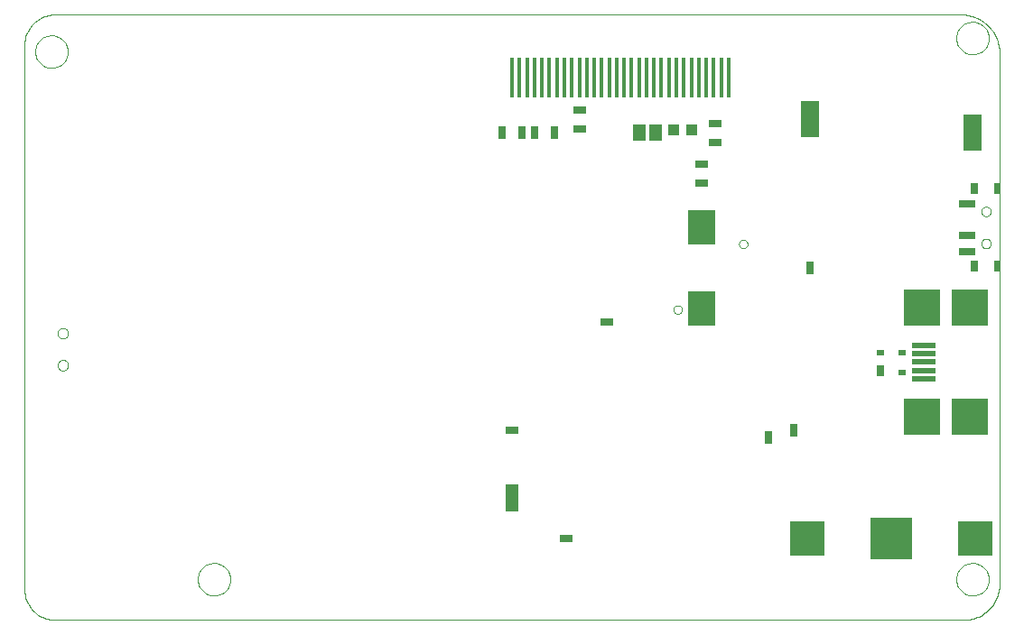
<source format=gbp>
G75*
%MOIN*%
%OFA0B0*%
%FSLAX24Y24*%
%IPPOS*%
%LPD*%
%AMOC8*
5,1,8,0,0,1.08239X$1,22.5*
%
%ADD10C,0.0000*%
%ADD11R,0.0500X0.0250*%
%ADD12R,0.0500X0.1000*%
%ADD13R,0.0906X0.0197*%
%ADD14R,0.1378X0.1378*%
%ADD15R,0.0138X0.1500*%
%ADD16R,0.0315X0.0472*%
%ADD17R,0.0472X0.0315*%
%ADD18R,0.0460X0.0630*%
%ADD19R,0.0394X0.0433*%
%ADD20R,0.1560X0.1560*%
%ADD21R,0.1250X0.1250*%
%ADD22R,0.0984X0.1299*%
%ADD23R,0.0700X0.1350*%
%ADD24R,0.0591X0.0276*%
%ADD25R,0.0236X0.0394*%
%ADD26R,0.0315X0.0394*%
%ADD27R,0.0236X0.0354*%
%ADD28R,0.0236X0.0197*%
%ADD29R,0.0276X0.0394*%
%ADD30R,0.0276X0.0236*%
%ADD31R,0.0250X0.0500*%
D10*
X001624Y000310D02*
X035178Y000310D01*
X035249Y000312D01*
X035320Y000318D01*
X035391Y000327D01*
X035460Y000341D01*
X035530Y000358D01*
X035598Y000379D01*
X035664Y000403D01*
X035730Y000431D01*
X035793Y000463D01*
X035855Y000498D01*
X035915Y000536D01*
X035973Y000578D01*
X036029Y000623D01*
X036082Y000670D01*
X036132Y000720D01*
X036179Y000773D01*
X036224Y000829D01*
X036266Y000887D01*
X036304Y000947D01*
X036339Y001009D01*
X036371Y001072D01*
X036399Y001138D01*
X036423Y001204D01*
X036444Y001272D01*
X036461Y001342D01*
X036475Y001411D01*
X036484Y001482D01*
X036490Y001553D01*
X036492Y001624D01*
X036492Y021261D01*
X034900Y021810D02*
X034902Y021859D01*
X034908Y021907D01*
X034918Y021955D01*
X034932Y022002D01*
X034949Y022048D01*
X034970Y022092D01*
X034995Y022134D01*
X035023Y022174D01*
X035055Y022212D01*
X035089Y022247D01*
X035126Y022279D01*
X035165Y022308D01*
X035207Y022334D01*
X035251Y022356D01*
X035296Y022374D01*
X035343Y022389D01*
X035390Y022400D01*
X035439Y022407D01*
X035488Y022410D01*
X035537Y022409D01*
X035585Y022404D01*
X035634Y022395D01*
X035681Y022382D01*
X035727Y022365D01*
X035771Y022345D01*
X035814Y022321D01*
X035855Y022294D01*
X035893Y022263D01*
X035929Y022230D01*
X035961Y022194D01*
X035991Y022155D01*
X036018Y022114D01*
X036041Y022070D01*
X036060Y022025D01*
X036076Y021979D01*
X036088Y021932D01*
X036096Y021883D01*
X036100Y021834D01*
X036100Y021786D01*
X036096Y021737D01*
X036088Y021688D01*
X036076Y021641D01*
X036060Y021595D01*
X036041Y021550D01*
X036018Y021506D01*
X035991Y021465D01*
X035961Y021426D01*
X035929Y021390D01*
X035893Y021357D01*
X035855Y021326D01*
X035814Y021299D01*
X035771Y021275D01*
X035727Y021255D01*
X035681Y021238D01*
X035634Y021225D01*
X035585Y021216D01*
X035537Y021211D01*
X035488Y021210D01*
X035439Y021213D01*
X035390Y021220D01*
X035343Y021231D01*
X035296Y021246D01*
X035251Y021264D01*
X035207Y021286D01*
X035165Y021312D01*
X035126Y021341D01*
X035089Y021373D01*
X035055Y021408D01*
X035023Y021446D01*
X034995Y021486D01*
X034970Y021528D01*
X034949Y021572D01*
X034932Y021618D01*
X034918Y021665D01*
X034908Y021713D01*
X034902Y021761D01*
X034900Y021810D01*
X035073Y022680D02*
X035147Y022678D01*
X035221Y022672D01*
X035295Y022663D01*
X035368Y022649D01*
X035440Y022632D01*
X035511Y022611D01*
X035582Y022586D01*
X035650Y022557D01*
X035717Y022525D01*
X035783Y022490D01*
X035846Y022451D01*
X035907Y022409D01*
X035966Y022364D01*
X036022Y022316D01*
X036076Y022264D01*
X036128Y022210D01*
X036176Y022154D01*
X036221Y022095D01*
X036263Y022034D01*
X036302Y021971D01*
X036337Y021905D01*
X036369Y021838D01*
X036398Y021770D01*
X036423Y021699D01*
X036444Y021628D01*
X036461Y021556D01*
X036475Y021483D01*
X036484Y021409D01*
X036490Y021335D01*
X036492Y021261D01*
X035073Y022680D02*
X001617Y022680D01*
X001552Y022678D01*
X001487Y022672D01*
X001423Y022663D01*
X001359Y022650D01*
X001297Y022633D01*
X001235Y022613D01*
X001175Y022589D01*
X001116Y022561D01*
X001059Y022530D01*
X001003Y022496D01*
X000950Y022459D01*
X000899Y022419D01*
X000850Y022375D01*
X000805Y022330D01*
X000761Y022281D01*
X000721Y022230D01*
X000684Y022177D01*
X000650Y022122D01*
X000619Y022064D01*
X000591Y022005D01*
X000567Y021945D01*
X000547Y021883D01*
X000530Y021821D01*
X000517Y021757D01*
X000508Y021693D01*
X000502Y021628D01*
X000500Y021563D01*
X000500Y001434D01*
X000502Y001369D01*
X000508Y001304D01*
X000517Y001239D01*
X000530Y001175D01*
X000547Y001112D01*
X000568Y001050D01*
X000592Y000989D01*
X000620Y000930D01*
X000651Y000872D01*
X000685Y000816D01*
X000722Y000763D01*
X000763Y000712D01*
X000806Y000663D01*
X000853Y000616D01*
X000902Y000573D01*
X000953Y000532D01*
X001006Y000495D01*
X001062Y000461D01*
X001120Y000430D01*
X001179Y000402D01*
X001240Y000378D01*
X001302Y000357D01*
X001365Y000340D01*
X001429Y000327D01*
X001494Y000318D01*
X001559Y000312D01*
X001624Y000310D01*
X006900Y001810D02*
X006902Y001859D01*
X006908Y001907D01*
X006918Y001955D01*
X006932Y002002D01*
X006949Y002048D01*
X006970Y002092D01*
X006995Y002134D01*
X007023Y002174D01*
X007055Y002212D01*
X007089Y002247D01*
X007126Y002279D01*
X007165Y002308D01*
X007207Y002334D01*
X007251Y002356D01*
X007296Y002374D01*
X007343Y002389D01*
X007390Y002400D01*
X007439Y002407D01*
X007488Y002410D01*
X007537Y002409D01*
X007585Y002404D01*
X007634Y002395D01*
X007681Y002382D01*
X007727Y002365D01*
X007771Y002345D01*
X007814Y002321D01*
X007855Y002294D01*
X007893Y002263D01*
X007929Y002230D01*
X007961Y002194D01*
X007991Y002155D01*
X008018Y002114D01*
X008041Y002070D01*
X008060Y002025D01*
X008076Y001979D01*
X008088Y001932D01*
X008096Y001883D01*
X008100Y001834D01*
X008100Y001786D01*
X008096Y001737D01*
X008088Y001688D01*
X008076Y001641D01*
X008060Y001595D01*
X008041Y001550D01*
X008018Y001506D01*
X007991Y001465D01*
X007961Y001426D01*
X007929Y001390D01*
X007893Y001357D01*
X007855Y001326D01*
X007814Y001299D01*
X007771Y001275D01*
X007727Y001255D01*
X007681Y001238D01*
X007634Y001225D01*
X007585Y001216D01*
X007537Y001211D01*
X007488Y001210D01*
X007439Y001213D01*
X007390Y001220D01*
X007343Y001231D01*
X007296Y001246D01*
X007251Y001264D01*
X007207Y001286D01*
X007165Y001312D01*
X007126Y001341D01*
X007089Y001373D01*
X007055Y001408D01*
X007023Y001446D01*
X006995Y001486D01*
X006970Y001528D01*
X006949Y001572D01*
X006932Y001618D01*
X006918Y001665D01*
X006908Y001713D01*
X006902Y001761D01*
X006900Y001810D01*
X001720Y009719D02*
X001722Y009746D01*
X001728Y009773D01*
X001737Y009799D01*
X001750Y009823D01*
X001766Y009846D01*
X001785Y009865D01*
X001807Y009882D01*
X001831Y009896D01*
X001856Y009906D01*
X001883Y009913D01*
X001910Y009916D01*
X001938Y009915D01*
X001965Y009910D01*
X001991Y009902D01*
X002015Y009890D01*
X002038Y009874D01*
X002059Y009856D01*
X002076Y009835D01*
X002091Y009811D01*
X002102Y009786D01*
X002110Y009760D01*
X002114Y009733D01*
X002114Y009705D01*
X002110Y009678D01*
X002102Y009652D01*
X002091Y009627D01*
X002076Y009603D01*
X002059Y009582D01*
X002038Y009564D01*
X002016Y009548D01*
X001991Y009536D01*
X001965Y009528D01*
X001938Y009523D01*
X001910Y009522D01*
X001883Y009525D01*
X001856Y009532D01*
X001831Y009542D01*
X001807Y009556D01*
X001785Y009573D01*
X001766Y009592D01*
X001750Y009615D01*
X001737Y009639D01*
X001728Y009665D01*
X001722Y009692D01*
X001720Y009719D01*
X001720Y010901D02*
X001722Y010928D01*
X001728Y010955D01*
X001737Y010981D01*
X001750Y011005D01*
X001766Y011028D01*
X001785Y011047D01*
X001807Y011064D01*
X001831Y011078D01*
X001856Y011088D01*
X001883Y011095D01*
X001910Y011098D01*
X001938Y011097D01*
X001965Y011092D01*
X001991Y011084D01*
X002015Y011072D01*
X002038Y011056D01*
X002059Y011038D01*
X002076Y011017D01*
X002091Y010993D01*
X002102Y010968D01*
X002110Y010942D01*
X002114Y010915D01*
X002114Y010887D01*
X002110Y010860D01*
X002102Y010834D01*
X002091Y010809D01*
X002076Y010785D01*
X002059Y010764D01*
X002038Y010746D01*
X002016Y010730D01*
X001991Y010718D01*
X001965Y010710D01*
X001938Y010705D01*
X001910Y010704D01*
X001883Y010707D01*
X001856Y010714D01*
X001831Y010724D01*
X001807Y010738D01*
X001785Y010755D01*
X001766Y010774D01*
X001750Y010797D01*
X001737Y010821D01*
X001728Y010847D01*
X001722Y010874D01*
X001720Y010901D01*
X000900Y021310D02*
X000902Y021359D01*
X000908Y021407D01*
X000918Y021455D01*
X000932Y021502D01*
X000949Y021548D01*
X000970Y021592D01*
X000995Y021634D01*
X001023Y021674D01*
X001055Y021712D01*
X001089Y021747D01*
X001126Y021779D01*
X001165Y021808D01*
X001207Y021834D01*
X001251Y021856D01*
X001296Y021874D01*
X001343Y021889D01*
X001390Y021900D01*
X001439Y021907D01*
X001488Y021910D01*
X001537Y021909D01*
X001585Y021904D01*
X001634Y021895D01*
X001681Y021882D01*
X001727Y021865D01*
X001771Y021845D01*
X001814Y021821D01*
X001855Y021794D01*
X001893Y021763D01*
X001929Y021730D01*
X001961Y021694D01*
X001991Y021655D01*
X002018Y021614D01*
X002041Y021570D01*
X002060Y021525D01*
X002076Y021479D01*
X002088Y021432D01*
X002096Y021383D01*
X002100Y021334D01*
X002100Y021286D01*
X002096Y021237D01*
X002088Y021188D01*
X002076Y021141D01*
X002060Y021095D01*
X002041Y021050D01*
X002018Y021006D01*
X001991Y020965D01*
X001961Y020926D01*
X001929Y020890D01*
X001893Y020857D01*
X001855Y020826D01*
X001814Y020799D01*
X001771Y020775D01*
X001727Y020755D01*
X001681Y020738D01*
X001634Y020725D01*
X001585Y020716D01*
X001537Y020711D01*
X001488Y020710D01*
X001439Y020713D01*
X001390Y020720D01*
X001343Y020731D01*
X001296Y020746D01*
X001251Y020764D01*
X001207Y020786D01*
X001165Y020812D01*
X001126Y020841D01*
X001089Y020873D01*
X001055Y020908D01*
X001023Y020946D01*
X000995Y020986D01*
X000970Y021028D01*
X000949Y021072D01*
X000932Y021118D01*
X000918Y021165D01*
X000908Y021213D01*
X000902Y021261D01*
X000900Y021310D01*
X024457Y011776D02*
X024459Y011801D01*
X024465Y011825D01*
X024474Y011847D01*
X024487Y011868D01*
X024503Y011887D01*
X024522Y011903D01*
X024543Y011916D01*
X024565Y011925D01*
X024589Y011931D01*
X024614Y011933D01*
X024639Y011931D01*
X024663Y011925D01*
X024685Y011916D01*
X024706Y011903D01*
X024725Y011887D01*
X024741Y011868D01*
X024754Y011847D01*
X024763Y011825D01*
X024769Y011801D01*
X024771Y011776D01*
X024769Y011751D01*
X024763Y011727D01*
X024754Y011705D01*
X024741Y011684D01*
X024725Y011665D01*
X024706Y011649D01*
X024685Y011636D01*
X024663Y011627D01*
X024639Y011621D01*
X024614Y011619D01*
X024589Y011621D01*
X024565Y011627D01*
X024543Y011636D01*
X024522Y011649D01*
X024503Y011665D01*
X024487Y011684D01*
X024474Y011705D01*
X024465Y011727D01*
X024459Y011751D01*
X024457Y011776D01*
X026877Y014196D02*
X026879Y014221D01*
X026885Y014245D01*
X026894Y014267D01*
X026907Y014288D01*
X026923Y014307D01*
X026942Y014323D01*
X026963Y014336D01*
X026985Y014345D01*
X027009Y014351D01*
X027034Y014353D01*
X027059Y014351D01*
X027083Y014345D01*
X027105Y014336D01*
X027126Y014323D01*
X027145Y014307D01*
X027161Y014288D01*
X027174Y014267D01*
X027183Y014245D01*
X027189Y014221D01*
X027191Y014196D01*
X027189Y014171D01*
X027183Y014147D01*
X027174Y014125D01*
X027161Y014104D01*
X027145Y014085D01*
X027126Y014069D01*
X027105Y014056D01*
X027083Y014047D01*
X027059Y014041D01*
X027034Y014039D01*
X027009Y014041D01*
X026985Y014047D01*
X026963Y014056D01*
X026942Y014069D01*
X026923Y014085D01*
X026907Y014104D01*
X026894Y014125D01*
X026885Y014147D01*
X026879Y014171D01*
X026877Y014196D01*
X035823Y014219D02*
X035825Y014245D01*
X035831Y014271D01*
X035841Y014296D01*
X035854Y014319D01*
X035870Y014339D01*
X035890Y014357D01*
X035912Y014372D01*
X035935Y014384D01*
X035961Y014392D01*
X035987Y014396D01*
X036013Y014396D01*
X036039Y014392D01*
X036065Y014384D01*
X036089Y014372D01*
X036110Y014357D01*
X036130Y014339D01*
X036146Y014319D01*
X036159Y014296D01*
X036169Y014271D01*
X036175Y014245D01*
X036177Y014219D01*
X036175Y014193D01*
X036169Y014167D01*
X036159Y014142D01*
X036146Y014119D01*
X036130Y014099D01*
X036110Y014081D01*
X036088Y014066D01*
X036065Y014054D01*
X036039Y014046D01*
X036013Y014042D01*
X035987Y014042D01*
X035961Y014046D01*
X035935Y014054D01*
X035911Y014066D01*
X035890Y014081D01*
X035870Y014099D01*
X035854Y014119D01*
X035841Y014142D01*
X035831Y014167D01*
X035825Y014193D01*
X035823Y014219D01*
X035823Y015401D02*
X035825Y015427D01*
X035831Y015453D01*
X035841Y015478D01*
X035854Y015501D01*
X035870Y015521D01*
X035890Y015539D01*
X035912Y015554D01*
X035935Y015566D01*
X035961Y015574D01*
X035987Y015578D01*
X036013Y015578D01*
X036039Y015574D01*
X036065Y015566D01*
X036089Y015554D01*
X036110Y015539D01*
X036130Y015521D01*
X036146Y015501D01*
X036159Y015478D01*
X036169Y015453D01*
X036175Y015427D01*
X036177Y015401D01*
X036175Y015375D01*
X036169Y015349D01*
X036159Y015324D01*
X036146Y015301D01*
X036130Y015281D01*
X036110Y015263D01*
X036088Y015248D01*
X036065Y015236D01*
X036039Y015228D01*
X036013Y015224D01*
X035987Y015224D01*
X035961Y015228D01*
X035935Y015236D01*
X035911Y015248D01*
X035890Y015263D01*
X035870Y015281D01*
X035854Y015301D01*
X035841Y015324D01*
X035831Y015349D01*
X035825Y015375D01*
X035823Y015401D01*
X034900Y001810D02*
X034902Y001859D01*
X034908Y001907D01*
X034918Y001955D01*
X034932Y002002D01*
X034949Y002048D01*
X034970Y002092D01*
X034995Y002134D01*
X035023Y002174D01*
X035055Y002212D01*
X035089Y002247D01*
X035126Y002279D01*
X035165Y002308D01*
X035207Y002334D01*
X035251Y002356D01*
X035296Y002374D01*
X035343Y002389D01*
X035390Y002400D01*
X035439Y002407D01*
X035488Y002410D01*
X035537Y002409D01*
X035585Y002404D01*
X035634Y002395D01*
X035681Y002382D01*
X035727Y002365D01*
X035771Y002345D01*
X035814Y002321D01*
X035855Y002294D01*
X035893Y002263D01*
X035929Y002230D01*
X035961Y002194D01*
X035991Y002155D01*
X036018Y002114D01*
X036041Y002070D01*
X036060Y002025D01*
X036076Y001979D01*
X036088Y001932D01*
X036096Y001883D01*
X036100Y001834D01*
X036100Y001786D01*
X036096Y001737D01*
X036088Y001688D01*
X036076Y001641D01*
X036060Y001595D01*
X036041Y001550D01*
X036018Y001506D01*
X035991Y001465D01*
X035961Y001426D01*
X035929Y001390D01*
X035893Y001357D01*
X035855Y001326D01*
X035814Y001299D01*
X035771Y001275D01*
X035727Y001255D01*
X035681Y001238D01*
X035634Y001225D01*
X035585Y001216D01*
X035537Y001211D01*
X035488Y001210D01*
X035439Y001213D01*
X035390Y001220D01*
X035343Y001231D01*
X035296Y001246D01*
X035251Y001264D01*
X035207Y001286D01*
X035165Y001312D01*
X035126Y001341D01*
X035089Y001373D01*
X035055Y001408D01*
X035023Y001446D01*
X034995Y001486D01*
X034970Y001528D01*
X034949Y001572D01*
X034932Y001618D01*
X034918Y001665D01*
X034908Y001713D01*
X034902Y001761D01*
X034900Y001810D01*
D11*
X020500Y003310D03*
X018500Y007310D03*
X022000Y011310D03*
D12*
X018500Y004810D03*
D13*
X033713Y009208D03*
X033713Y009523D03*
X033713Y009838D03*
X033713Y010153D03*
X033713Y010467D03*
D14*
X033634Y011845D03*
X035406Y011845D03*
X035406Y007830D03*
X033634Y007830D03*
D15*
X026496Y020338D03*
X026220Y020338D03*
X025945Y020338D03*
X025669Y020338D03*
X025394Y020338D03*
X025118Y020338D03*
X024843Y020338D03*
X024567Y020338D03*
X024291Y020338D03*
X024016Y020338D03*
X023740Y020338D03*
X023465Y020338D03*
X023189Y020338D03*
X022913Y020338D03*
X022638Y020338D03*
X022362Y020338D03*
X022087Y020338D03*
X021811Y020338D03*
X021535Y020338D03*
X021260Y020338D03*
X020984Y020338D03*
X020709Y020338D03*
X020433Y020338D03*
X020157Y020338D03*
X019882Y020338D03*
X019606Y020338D03*
X019331Y020338D03*
X019055Y020338D03*
X018780Y020338D03*
X018504Y020338D03*
D16*
X018854Y018310D03*
X019346Y018310D03*
X020054Y018310D03*
X018146Y018310D03*
D17*
X021000Y018456D03*
X021000Y019164D03*
X025500Y017164D03*
X025500Y016456D03*
X026000Y017956D03*
X026000Y018664D03*
D18*
X023800Y018310D03*
X023200Y018310D03*
D19*
X024465Y018410D03*
X025135Y018410D03*
D20*
X032500Y003310D03*
D21*
X029400Y003310D03*
X035600Y003310D03*
D22*
X025500Y011810D03*
X025500Y014810D03*
D23*
X029500Y018810D03*
X035500Y018310D03*
D24*
X035311Y015696D03*
X035311Y014515D03*
X035311Y013924D03*
D25*
X036394Y013373D03*
X036394Y016247D03*
D26*
X035567Y016247D03*
X035567Y013373D03*
D27*
X032106Y009515D03*
D28*
X032894Y009436D03*
X032894Y010184D03*
X032106Y010184D03*
D29*
X032106Y009515D03*
D30*
X032894Y009436D03*
X032894Y010184D03*
X032106Y010184D03*
D31*
X028900Y007310D03*
X027950Y007060D03*
X029500Y013310D03*
M02*

</source>
